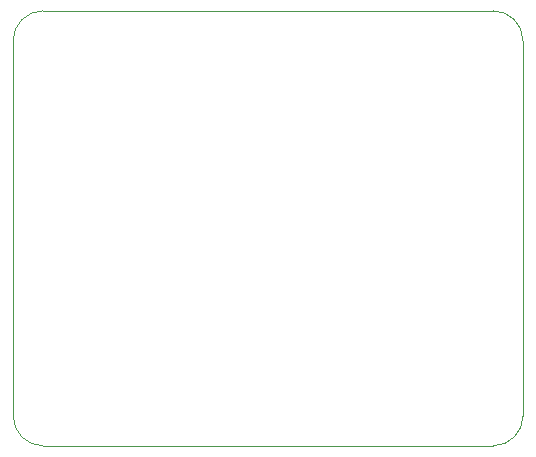
<source format=gbr>
G04 #@! TF.GenerationSoftware,KiCad,Pcbnew,(5.1.9)-1*
G04 #@! TF.CreationDate,2021-03-27T09:55:19-04:00*
G04 #@! TF.ProjectId,atmega32u4_demo,61746d65-6761-4333-9275-345f64656d6f,rev?*
G04 #@! TF.SameCoordinates,Original*
G04 #@! TF.FileFunction,Profile,NP*
%FSLAX46Y46*%
G04 Gerber Fmt 4.6, Leading zero omitted, Abs format (unit mm)*
G04 Created by KiCad (PCBNEW (5.1.9)-1) date 2021-03-27 09:55:19*
%MOMM*%
%LPD*%
G01*
G04 APERTURE LIST*
G04 #@! TA.AperFunction,Profile*
%ADD10C,0.050000*%
G04 #@! TD*
G04 APERTURE END LIST*
D10*
X186690000Y-113030000D02*
G75*
G02*
X184150000Y-110490000I0J2540000D01*
G01*
X224790000Y-113030000D02*
G75*
G03*
X227330000Y-110490000I0J2540000D01*
G01*
X224790000Y-76200000D02*
G75*
G02*
X227330000Y-78740000I0J-2540000D01*
G01*
X186690000Y-76200000D02*
G75*
G03*
X184150000Y-78740000I0J-2540000D01*
G01*
X186690000Y-76200000D02*
X224790000Y-76200000D01*
X184150000Y-110490000D02*
X184150000Y-78740000D01*
X224790000Y-113030000D02*
X186690000Y-113030000D01*
X227330000Y-78740000D02*
X227330000Y-110490000D01*
M02*

</source>
